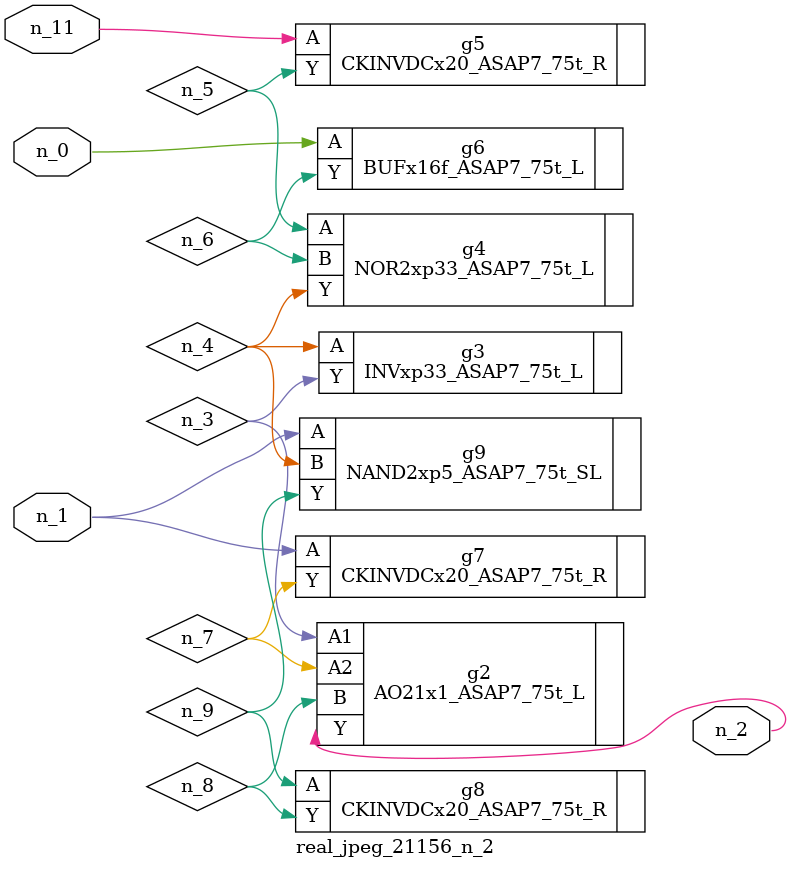
<source format=v>
module real_jpeg_21156_n_2 (n_1, n_11, n_0, n_2);

input n_1;
input n_11;
input n_0;

output n_2;

wire n_5;
wire n_4;
wire n_8;
wire n_6;
wire n_7;
wire n_3;
wire n_9;

BUFx16f_ASAP7_75t_L g6 ( 
.A(n_0),
.Y(n_6)
);

CKINVDCx20_ASAP7_75t_R g7 ( 
.A(n_1),
.Y(n_7)
);

NAND2xp5_ASAP7_75t_SL g9 ( 
.A(n_1),
.B(n_4),
.Y(n_9)
);

AO21x1_ASAP7_75t_L g2 ( 
.A1(n_3),
.A2(n_7),
.B(n_8),
.Y(n_2)
);

INVxp33_ASAP7_75t_L g3 ( 
.A(n_4),
.Y(n_3)
);

NOR2xp33_ASAP7_75t_L g4 ( 
.A(n_5),
.B(n_6),
.Y(n_4)
);

CKINVDCx20_ASAP7_75t_R g8 ( 
.A(n_9),
.Y(n_8)
);

CKINVDCx20_ASAP7_75t_R g5 ( 
.A(n_11),
.Y(n_5)
);


endmodule
</source>
